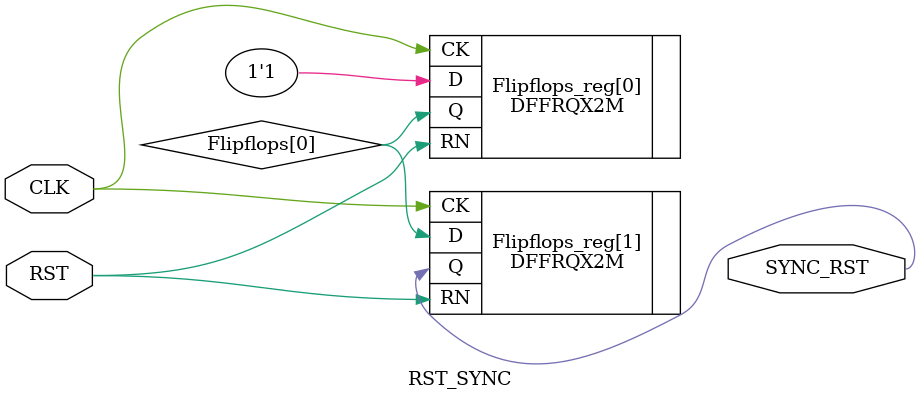
<source format=v>


module RST_SYNC ( CLK, RST, SYNC_RST );
  input CLK, RST;
  output SYNC_RST;
  wire   \Flipflops[0] ;

  DFFRQX2M \Flipflops_reg[1]  ( .D(\Flipflops[0] ), .CK(CLK), .RN(RST), .Q(
        SYNC_RST) );
  DFFRQX2M \Flipflops_reg[0]  ( .D(1'b1), .CK(CLK), .RN(RST), .Q(
        \Flipflops[0] ) );
endmodule


</source>
